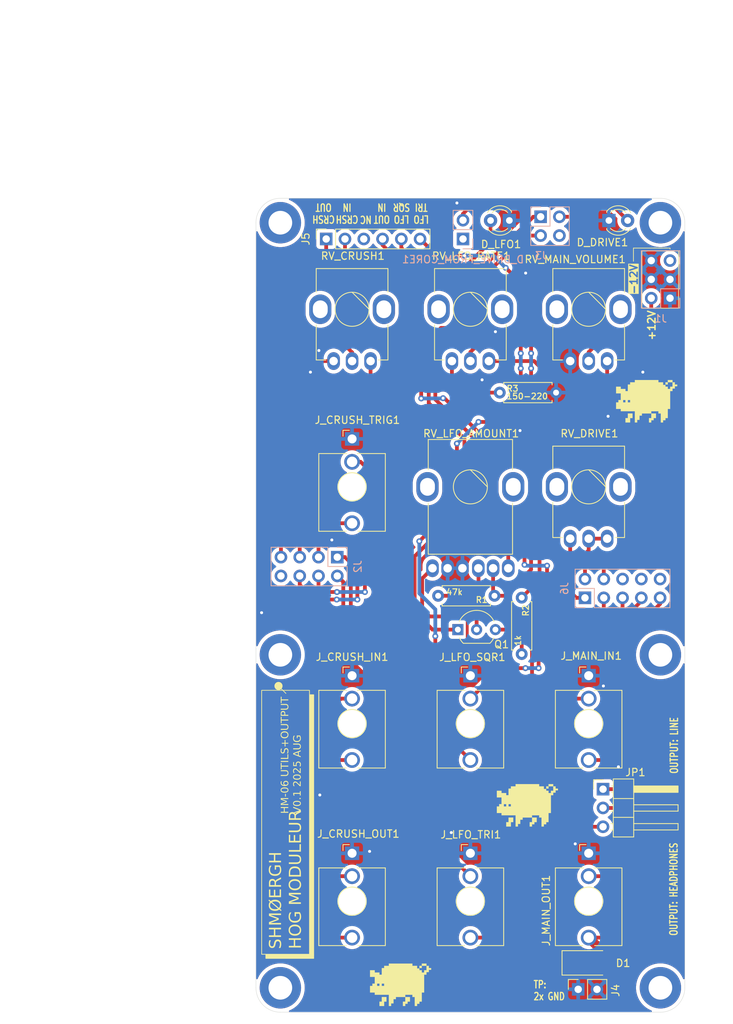
<source format=kicad_pcb>
(kicad_pcb (version 20241229) (generator "pcbnew") (generator_version "9.0")
  (layers (0 "F.Cu" signal) (2 "B.Cu" signal) (13 "F.Paste" user) (15 "B.Paste" user) (5 "F.SilkS" user "F.Silkscreen") (7 "B.SilkS" user "B.Silkscreen") (1 "F.Mask" user) (3 "B.Mask" user) (25 "Edge.Cuts" user))
  (net 0 "")
  (net 1 "DRIVE_LED_P")
  (net 2 "+12V")
  (net 3 "GND")
  (net 4 "-12V")
  (net 5 "Net-(D_LFO1-A)")
  (net 6 "RV_CRUSH_2")
  (net 7 "RV_CRUSH_1")
  (net 8 "CRUSH_OUT")
  (net 9 "CRUSH_IN")
  (net 10 "CRUSH_TRIG_DEFAULT")
  (net 12 "CRUSH_TRIG")
  (net 13 "RV_CRUSH_3")
  (net 14 "LFO_TRI")
  (net 15 "LFO_SQR")
  (net 16 "LFO_RATE")
  (net 19 "CRUSH_IN_DEFAULT")
  (net 20 "CRUSH_OUT_DEFAULT")
  (net 21 "LFO_SQR_DEFAULT")
  (net 22 "LFO_TRI_DEFAULT")
  (net 23 "OUTPUT_IN_DEFAULT")
  (net 24 "OUTPUT_LINE_OUT")
  (net 25 "OUTPUT_IN")
  (net 26 "OUTPUT_DRIVE_3")
  (net 27 "OUTPUT_DRIVE_1")
  (net 28 "OUTPUT_VOL_3")
  (net 30 "OUTPUT_PHONES_OUT")
  (net 31 "OUTPUT_VOL_2")
  (net 34 "OUTPUT_OUT")
  (net 35 "Net-(J_LFO_SQR1-PadT)")
  (net 36 "Net-(J_LFO_TRI1-PadT)")
  (net 37 "Net-(Q1-B)")
  (net 38 "Net-(Q1-C)")
  (net 40 "Net-(R3-Pad1)")
  (footprint "Shmoergh_Custom_Footprints:Jack_3.5mm_QingPu_WQP-PJ398SM_Vertical_CircularHoles" (layer "F.Cu") (at 153 139)
    (property "Reference" "J_LFO_TRI1")
    (property "Value" "PJ398SM")
  )
  (footprint "MountingHole:MountingHole_3.2mm_M3_DIN965_Pad" (layer "F.Cu") (at 178.7 105.7)
    (property "Reference" "H6")
    (property "Value" "MountingHole")
  )
  (footprint "Shmoergh_Custom_Footprints:Potentiometer_Bourns_Single-PTV09A" (layer "F.Cu") (at 153 59)
    (property "Reference" "RV_LFO_RATE1")
    (property "Value" "A100k")
  )
  (footprint "Package_TO_SOT_THT:TO-92_Inline_Wide" (layer "F.Cu") (at 151.305 102.293)
    (property "Reference" "Q1")
    (property "Value" "2N3904")
  )
  (footprint "Diode_SMD:D_SMA" (layer "F.Cu") (at 168.905141 147.3349)
    (property "Reference" "D1")
    (property "Value" "SMAJ5.0CA")
  )
  (footprint "Shmoergh_Custom_Footprints:Jack_3.5mm_QingPu_WQP-PJ398SM_Vertical_CircularHoles" (layer "F.Cu") (at 137 139)
    (property "Reference" "J_CRUSH_OUT1")
    (property "Value" "PJ398SM")
  )
  (footprint "LED_THT:LED_D3.0mm" (layer "F.Cu") (at 171.73 47)
    (property "Reference" "D_DRIVE1")
    (property "Value" "Red LED")
  )
  (footprint "Connector_PinSocket_2.54mm:PinSocket_1x06_P2.54mm_Vertical" (layer "F.Cu") (at 133.5 49.5 90)
    (property "Reference" "J5")
    (property "Value" "Conn_01x06")
  )
  (footprint "Shmoergh_Custom_Footprints:Potentiometer_Bourns_Single-PTV09A" (layer "F.Cu") (at 137 59)
    (property "Reference" "RV_CRUSH1")
    (property "Value" "1M")
  )
  (footprint "Shmoergh_Custom_Footprints:Potentiometer_Bourns_Single-PTV09A" (layer "F.Cu") (at 169 59)
    (property "Reference" "RV_MAIN_VOLUME1")
    (property "Value" "A10k")
  )
  (footprint "Shmoergh_Logo:Gyeszno" (layer "F.Cu") (at 143.558 150.299)
    (property "Reference" "G***" (hide yes))
    (property "Value" "LOGO" (hide yes))
  )
  (footprint "MountingHole:MountingHole_3.2mm_M3_DIN965_Pad" (layer "F.Cu") (at 178.7 47.3)
    (property "Reference" "H2")
    (property "Value" "MountingHole")
  )
  (footprint "Shmoergh_Custom_Footprints:Potentiometer_Bourns_Dual-PTV112-4" (layer "F.Cu") (at 153 83)
    (property "Reference" "RV_LFO_AMOUNT1")
    (property "Value" "A20k")
  )
  (footprint "Shmoergh_Logo:Gyeszno" (layer "F.Cu") (at 160.703 126.042)
    (property "Reference" "G***" (hide yes))
    (property "Value" "LOGO" (hide yes))
  )
  (footprint "MountingHole:MountingHole_3.2mm_M3_DIN965_Pad" (layer "F.Cu") (at 178.7 150.7)
    (property "Reference" "H3")
    (property "Value" "MountingHole")
  )
  (footprint "Shmoergh_Custom_Footprints:R_Axial_DIN0207_L6.3mm_D2.5mm_P7.62mm_Horizontal" (layer "F.Cu") (at 156.9692 70.2636)
    (property "Reference" "R3")
    (property "Value" "150-220")
  )
  (footprint "Shmoergh_Custom_Footprints:Potentiometer_Bourns_Single-PTV09A" (layer "F.Cu") (at 169 83)
    (property "Reference" "RV_DRIVE1")
    (property "Value" "100k")
  )
  (footprint "Shmoergh_Custom_Footprints:Jack_3.5mm_QingPu_WQP-PJ398SM_Vertical_CircularHoles" (layer "F.Cu") (at 169 139)
    (property "Reference" "J_MAIN_OUT1")
    (property "Value" "PJ398SM")
  )
  (footprint "Connector_PinHeader_2.54mm:PinHeader_1x03_P2.54mm_Horizontal" (layer "F.Cu") (at 170.9392 123.8576)
    (property "Reference" "JP1")
    (property "Value" "Jumper_3_Open")
  )
  (footprint "MountingHole:MountingHole_3.2mm_M3_DIN965_Pad" (layer "F.Cu") (at 127.3 47.3)
    (property "Reference" "H1")
    (property "Value" "MountingHole")
  )
  (footprint "MountingHole:MountingHole_3.2mm_M3_DIN965_Pad" (layer "F.Cu") (at 127.3 150.7)
    (property "Reference" "H4")
    (property "Value" "MountingHole")
  )
  (footprint "Shmoergh_Custom_Footprints:R_Axial_DIN0207_L6.3mm_D2.5mm_P7.62mm_Horizontal" (layer "F.Cu") (at 159.941 97.975 -90)
    (property "Reference" "R2")
    (property "Value" "1k")
  )
  (footprint "Shmoergh_Custom_Footprints:Jack_3.5mm_QingPu_WQP-PJ398SM_Vertical_CircularHoles" (layer "F.Cu") (at 137 115)
    (property "Reference" "J_CRUSH_IN1")
    (property "Value" "PJ398SM")
  )
  (footprint "Shmoergh_Logo:Gyeszno" (layer "F.Cu") (at 176.832 71.432)
    (property "Reference" "G***" (hide yes))
    (property "Value" "LOGO" (hide yes))
  )
  (footprint "LED_THT:LED_D3.0mm" (layer "F.Cu") (at 158.27 47 180)
    (property "Reference" "D_LFO1")
    (property "Value" "Red LED")
  )
  (footprint "Connector_PinSocket_2.54mm:PinSocket_1x02_P2.54mm_Vertical" (layer "F.Cu") (at 167.581 150.909 90)
    (property "Reference" "J4")
    (property "Value" "Conn_01x02")
  )
  (footprint "Shmoergh_Custom_Footprints:Jack_3.5mm_QingPu_WQP-PJ398SM_Vertical_CircularHoles" (layer "F.Cu") (at 137 83)
    (property "Reference" "J_CRUSH_TRIG1")
    (property "Value" "PJ398SM")
  )
  (footprint "Shmoergh_Custom_Footprints:R_Axial_DIN0207_L6.3mm_D2.5mm_P7.62mm_Horizontal" (layer "F.Cu") (at 156.258 97.721 180)
    (property "Reference" "R1")
    (property "Value" "47k")
  )
  (footprint "MountingHole:MountingHole_3.2mm_M3_DIN965_Pad" (layer "F.Cu") (at 127.3 105.7)
    (property "Reference" "H5")
    (property "Value" "MountingHole")
  )
  (footprint "Shmoergh_Custom_Footprints:Jack_3.5mm_QingPu_WQP-PJ398SM_Vertical_CircularHoles" (layer "F.Cu") (at 169 115)
    (property "Reference" "J_MAIN_IN1")
    (property "Value" "PJ398SM")
  )
  (footprint "Shmoergh_Custom_Footprints:Jack_3.5mm_QingPu_WQP-PJ398SM_Vertical_CircularHoles" (layer "F.Cu") (at 153 115)
    (property "Reference" "J_LFO_SQR1")
    (property "Value" "PJ398SM")
  )
  (footprint "Connector_PinSocket_2.54mm:PinSocket_1x02_P2.54mm_Vertical" (layer "B.Cu") (at 152 49.5)
    (property "Reference" "D_DRIVE_FROM_CORE1")
    (property "Value" "Red LED")
  )
  (footprint "Connector_PinSocket_2.54mm:PinSocket_2x04_P2.54mm_Vertical" (layer "B.Cu") (at 135 92.5 90)
    (property "Reference" "J2")
    (property "Value" "Conn_02x04_Odd_Even")
  )
  (footprint "Connector_PinSocket_2.54mm:PinSocket_2x05_P2.54mm_Vertical" (layer "B.Cu") (at 168.5 98 -90)
    (property "Reference" "J6")
    (property "Value" "Conn_02x05_Odd_Even")
  )
  (footprint "Connector_PinSocket_2.54mm:PinSocket_2x03_P2.54mm_Vertical" (layer "B.Cu") (at 180 57.5)
    (property "Reference" "J1")
    (property "Value" "Conn_02x03_Odd_Even")
  )
  (footprint "Connector_PinSocket_2.54mm:PinSocket_2x02_P2.54mm_Vertical" (layer "B.Cu") (at 162.5 46.5 180)
    (property "Reference" "J3")
    (property "Value" "Conn_02x02_Odd_Even")
  )
  (gr_line (start 180.007 50.731) (end 180.007 50.858) (stroke (width 0.1)) (layer "F.SilkS"))
  (gr_rect (start 176.197 51.112) (end 181.15 58.859) (stroke (width 0.1)) (fill no) (layer "F.SilkS"))
  (gr_rect (start 125.3355 146.235) (end 131.8085 146.726) (stroke (width 0.1)) (fill yes) (layer "F.SilkS"))
  (gr_line (start 128.048 110.913) (end 127.048 109.913) (stroke (width 0.1)) (layer "F.SilkS"))
  (gr_line (start 175.054 50.731) (end 180.007 50.731) (stroke (width 0.1)) (layer "F.SilkS"))
  (gr_rect (start 131.3085 111.098) (end 131.8085 146.235) (stroke (width 0.1)) (fill yes) (layer "F.SilkS"))
  (gr_rect (start 124.771 110.5) (end 131.239 146.1715) (stroke (width 0.1)) (fill no) (layer "F.SilkS"))
  (gr_line (start 175.054 52.509) (end 175.054 50.731) (stroke (width 0.1)) (layer "F.SilkS"))
  (gr_circle (center 127.048 109.913) (end 127.048 109.413) (stroke (width 0.1)) (fill yes) (layer "F.SilkS"))
  (gr_line (start 178.7 154) (end 127.3 154) (stroke (width 0.05)) (layer "Edge.Cuts"))
  (gr_arc (start 182 150.7) (mid 181.033452 153.033452) (end 178.7 154) (stroke (width 0.05)) (layer "Edge.Cuts"))
  (gr_line (start 182 47.3) (end 182 150.7) (stroke (width 0.05)) (layer "Edge.Cuts"))
  (gr_line (start 127.3 44) (end 178.7 44) (stroke (width 0.05)) (layer "Edge.Cuts"))
  (gr_line (start 124 150.7) (end 124 47.3) (stroke (width 0.05)) (layer "Edge.Cuts"))
  (gr_arc (start 124 47.3) (mid 124.966548 44.966548) (end 127.3 44) (stroke (width 0.05)) (layer "Edge.Cuts"))
  (gr_arc (start 127.3 154) (mid 124.966548 153.033452) (end 124 150.7) (stroke (width 0.05)) (layer "Edge.Cuts"))
  (gr_arc (start 178.7 44) (mid 181.033452 44.966548) (end 182 47.3) (stroke (width 0.05)) (layer "Edge.Cuts"))
  (gr_text "SHMØERGH \nHOG MODULEUR" (at 130.35 145.473 90) (layer "F.SilkS") (effects (font (size 1.6 1.6) (thickness 0.1)) (justify left bottom)))
  (gr_text "NC" (at 138.859 46.286 180) (layer "F.SilkS") (effects (font (size 1 0.75) (thickness 0.17) (bold yes)) (justify bottom)))
  (gr_text "OUT\nIN" (at 141.018 44.635 180) (layer "F.SilkS") (effects (font (size 1 0.75) (thickness 0.17) (bold yes)) (justify bottom)))
  (gr_text "OUTPUT: HEADPHONES" (at 181.0892 130.995 90) (layer "F.SilkS") (effects (font (size 1 0.75) (thickness 0.17) (bold yes)) (justify right bottom)))
  (gr_text "-12V" (at 175.689 57.081 90) (layer "F.SilkS" knockout) (effects (font (size 1 1) (thickness 0.2) (bold yes)) (justify left bottom)))
  (gr_text "TP:\n2x GND" (at 161.465 152.458 0) (layer "F.SilkS") (effects (font (size 1 0.75) (thickness 0.17) (bold yes)) (justify left bottom)))
  (gr_text "LFO\nSQR" (at 143.685 44.635 180) (layer "F.SilkS") (effects (font (size 1 0.75) (thickness 0.17) (bold yes)) (justify bottom)))
  (gr_text "+12V" (at 178.102 63.304 90) (layer "F.SilkS") (effects (font (size 1 1) (thickness 0.2) (bold yes)) (justify left bottom)))
  (gr_text "CRSH\nIN" (at 136.319 44.635 180) (layer "F.SilkS") (effects (font (size 1 0.75) (thickness 0.17) (bold yes)) (justify bottom)))
  (gr_text "LFO\nTRI" (at 146.352 44.635 180) (layer "F.SilkS") (effects (font (size 1 0.75) (thickness 0.17) (bold yes)) (justify bottom)))
  (gr_text "OUTPUT: LINE" (at 181.15 121.851 90) (layer "F.SilkS") (effects (font (size 1 0.75) (thickness 0.17) (bold yes)) (justify left bottom)))
  (gr_text "HM-06 UTILS+OUTPUT\nV0.1 2025 AUG" (at 130.223 127.185 90) (layer "F.SilkS") (effects (font (size 1 1) (thickness 0.1)) (justify left bottom)))
  (gr_text "CRSH\nOUT" (at 133.144 44.635 180) (layer "F.SilkS") (effects (font (size 1 0.75) (thickness 0.17) (bold yes)) (justify bottom)))
  (segment (start 174.27 47) (end 172.159 44.889) (width 0.508) (layer "F.Cu") (net 1))
  (segment (start 172.159 44.889) (end 153.21 44.889) (width 0.508) (layer "F.Cu") (net 1))
  (segment (start 152 46.099) (end 152 46.96) (width 0.508) (layer "F.Cu") (net 1))
  (segment (start 153.21 44.889) (end 152 46.099) (width 0.508) (layer "F.Cu") (net 1))
  (segment (start 162.354 66.733) (end 161.621 66) (width 0.508) (layer "F.Cu") (net 2))
  (segment (start 162.354 95.562) (end 162.354 66.733) (width 0.508) (layer "F.Cu") (net 2))
  (segment (start 175.181 62.415) (end 177.46 60.136) (width 0.508) (layer "F.Cu") (net 2))
  (segment (start 165.91 62.415) (end 175.181 62.415) (width 0.508) (layer "F.Cu") (net 2))
  (segment (start 177.46 60.136) (end 177.46 57.5) (width 0.508) (layer "F.Cu") (net 2))
  (segment (start 159.941 97.975) (end 162.354 95.562) (width 0.508) (layer "F.Cu") (net 2))
  (segment (start 161.973 66.352) (end 165.91 62.415) (width 0.508) (layer "F.Cu") (net 2))
  (segment (start 161.621 66) (end 155.5 66) (width 0.508) (layer "F.Cu") (net 2))
  (via (at 159.7124 75.3944) (size 0.8) (drill 0.4) (layers "F.Cu" "B.Cu") (net 3))
  (via (at 156.385 62.034) (size 0.8) (drill 0.4) (layers "F.Cu" "B.Cu") (net 3))
  (via (at 167.18 131.249) (size 0.8) (drill 0.4) (layers "F.Cu" "B.Cu") (net 3))
  (via (at 131.366 67.495) (size 0.8) (drill 0.4) (layers "F.Cu" "B.Cu") (net 3))
  (via (at 171.625 73.464) (size 0.8) (drill 0.4) (layers "F.Cu" "B.Cu") (net 3))
  (via (at 154.5816 68.5364) (size 0.8) (drill 0.4) (layers "F.Cu" "B.Cu") (net 3))
  (via (at 176.324 67.495) (size 0.8) (drill 0.4) (layers "F.Cu" "B.Cu") (net 3))
  (via (at 160.4744 54.1092) (size 0.8) (drill 0.4) (layers "F.Cu" "B.Cu") (net 3))
  (via (at 173.022 120.835) (size 0.8) (drill 0.4) (layers "F.Cu" "B.Cu") (net 3))
  (via (at 151.178 44.635) (size 0.8) (drill 0.4) (layers "F.Cu" "B.Cu") (net 3))
  (via (at 132.636 124.645) (size 0.8) (drill 0.4) (layers "F.Cu" "B.Cu") (net 3))
  (via (at 132.509 64.574) (size 0.8) (drill 0.4) (layers "F.Cu" "B.Cu") (net 3))
  (via (at 150.416 129.725) (size 0.8) (drill 0.4) (layers "F.Cu" "B.Cu") (net 3))
  (via (at 170.99 109.913) (size 0.8) (drill 0.4) (layers "F.Cu" "B.Cu") (net 3))
  (via (at 134.2616 90.1772) (size 0.8) (drill 0.4) (layers "F.Cu" "B.Cu") (net 3))
  (via (at 139.367 132.265) (size 0.8) (drill 0.4) (layers "F.Cu" "B.Cu") (net 3))
  (via (at 124.762 100.007) (size 0.8) (drill 0.4) (layers "F.Cu" "B.Cu") (net 3))
  (segment (start 147.368 71.686) (end 152.194 76.512) (width 0.508) (layer "F.Cu") (net 5))
  (segment (start 152.194 62.415) (end 149.4 62.415) (width 0.508) (layer "F.Cu") (net 5))
  (segment (start 155.73 49.862) (end 152.956 52.636) (width 0.508) (layer "F.Cu") (net 5))
  (segment (start 149.4 62.415) (end 147.368 64.447) (width 0.508) (layer "F.Cu") (net 5))
  (segment (start 152.194 85.656) (end 145.463 92.387) (width 0.508) (layer "F.Cu") (net 5))
  (segment (start 145.463 99.88) (end 147.876 102.293) (width 0.508) (layer "F.Cu") (net 5))
  (segment (start 145.463 92.387) (end 145.463 99.88) (width 0.508) (layer "F.Cu") (net 5))
  (segment (start 155.73 47) (end 155.73 49.862) (width 0.508) (layer "F.Cu") (net 5))
  (segment (start 152.194 76.512) (end 152.194 85.656) (width 0.508) (layer "F.Cu") (net 5))
  (segment (start 147.876 102.293) (end 151.305 102.293) (width 0.508) (layer "F.Cu") (net 5))
  (segment (start 152.956 52.636) (end 152.956 61.653) (width 0.508) (layer "F.Cu") (net 5))
  (segment (start 152.956 61.653) (end 152.194 62.415) (width 0.508) (layer "F.Cu") (net 5))
  (segment (start 147.368 64.447) (end 147.368 71.686) (width 0.508) (layer "F.Cu") (net 5))
  (segment (start 129.5372 63.2532) (end 135.43 63.2532) (width 0.508) (layer "F.Cu") (net 6))
  (segment (start 127.38 92.5) (end 127.38 65.4104) (width 0.508) (layer "F.Cu") (net 6))
  (segment (start 135.43 63.2532) (end 137 64.8232) (width 0.508) (layer "F.Cu") (net 6))
  (segment (start 127.38 65.4104) (end 129.5372 63.2532) (width 0.508) (layer "F.Cu") (net 6))
  (segment (start 137 64.8232) (end 137 66) (width 0.508) (layer "F.Cu") (net 6))
  (segment (start 130.8036 66) (end 134.5 66) (width 0.508) (layer "F.Cu") (net 7))
  (segment (start 129.92 92.5) (end 129.92 66.8836) (width 0.508) (layer "F.Cu") (net 7))
  (segment (start 129.92 66.8836) (end 130.8036 66) (width 0.508) (layer "F.Cu") (net 7))
  (segment (start 133.017 128.074) (end 134.668 126.423) (width 0.508) (layer "F.Cu") (net 8))
  (segment (start 136.827 105.087) (end 136.827 93.276) (width 0.508) (layer "F.Cu") (net 8))
  (segment (start 139.748 108.008) (end 136.827 105.087) (width 0.508) (layer "F.Cu") (net 8))
  (segment (start 136.051 92.5) (end 135 92.5) (width 0.508) (layer "F.Cu") (net 8))
  (segment (start 133.017 142.679) (end 133.017 128.074) (width 0.508) (layer "F.Cu") (net 8))
  (segment (start 134.258 143.92) (end 133.017 142.679) (width 0.508) (layer "F.Cu") (net 8))
  (segment (start 136.827 93.276) (end 136.051 92.5) (width 0.508) (layer "F.Cu") (net 8))
  (segment (start 138.478 126.423) (end 139.748 125.153) (width 0.508) (layer "F.Cu") (net 8))
  (segment (start 139.748 125.153) (end 139.748 108.008) (width 0.508) (layer "F.Cu") (net 8))
  (segment (start 137 143.92) (end 134.258 143.92) (width 0.508) (layer "F.Cu") (net 8))
  (segment (start 134.668 126.423) (end 138.478 126.423) (width 0.508) (layer "F.Cu") (net 8))
  (segment (start 135.811 95.851) (end 135 95.04) (width 0.508) (layer "F.Cu") (net 9))
  (segment (start 135.811 99.245) (end 135.811 95.851) (width 0.508) (layer "F.Cu") (net 9))
  (segment (start 133.271 101.785) (end 135.811 99.245) (width 0.508) (layer "F.Cu") (net 9))
  (segment (start 134.896 119.92) (end 133.271 118.295) (width 0.508) (layer "F.Cu") (net 9))
  (segment (start 137 119.92) (end 134.896 119.92) (width 0.508) (layer "F.Cu") (net 9))
  (segment (start 133.271 118.295) (end 133.271 101.785) (width 0.508) (layer "F.Cu") (net 9))
  (segment (start 132.46 96.6052) (end 132.46 95.04) (width 0.508) (layer "F.Cu") (net 10))
  (segment (start 133.1186 97.213) (end 133.0932 97.2384) (width 0.508) (layer "F.Cu") (net 10))
  (segment (start 138.732 94.546) (end 139.748 93.53) (width 0.508) (layer "F.Cu") (net 10))
  (segment (start 139.748 93.53) (end 139.748 81.211) (width 0.508) (layer "F.Cu") (net 10))
  (segment (start 138.732 97.213) (end 138.732 94.546) (width 0.508) (layer "F.Cu") (net 10))
  (segment (start 138.157 79.62) (end 137 79.62) (width 0.508) (layer "F.Cu") (net 10))
  (segment (start 134.957 97.213) (end 133.1186 97.213) (width 0.508) (layer "F.Cu") (net 10))
  (segment (start 133.0932 97.2384) (end 132.46 96.6052) (width 0.508) (layer "F.Cu") (net 10))
  (segment (start 139.748 81.211) (end 138.157 79.62) (width 0.508) (layer "F.Cu") (net 10))
  (via (at 134.957 97.213) (size 0.8) (drill 0.4) (layers "F.Cu" "B.Cu") (net 10))
  (via (at 138.732 97.213) (size 0.8) (drill 0.4) (layers "F.Cu" "B.Cu") (net 10))
  (segment (start 138.732 97.213) (end 134.957 97.213) (width 0.508) (layer "B.Cu") (net 10))
  (segment (start 132.46 92.5) (end 132.46 88.6768) (width 0.508) (layer "F.Cu") (net 12))
  (segment (start 132.46 88.6768) (end 133.2168 87.92) (width 0.508) (layer "F.Cu") (net 12))
  (segment (start 133.2168 87.92) (end 137 87.92) (width 0.508) (layer "F.Cu") (net 12))
  (segment (start 131.906919 98.229) (end 134.922 98.229) (width 0.508) (layer "F.Cu") (net 13))
  (segment (start 138.351 69.654) (end 139.5 68.505) (width 0.508) (layer "F.Cu") (net 13))
  (segment (start 129.92 96.242081) (end 131.906919 98.229) (width 0.508) (layer "F.Cu") (net 13))
  (segment (start 139.5 68.505) (end 139.5 66) (width 0.508) (layer "F.Cu") (net 13))
  (segment (start 137.716 92.26) (end 138.859 91.117) (width 0.508) (layer "F.Cu") (net 13))
  (segment (start 129.92 95.04) (end 129.92 96.242081) (width 0.508) (layer "F.Cu") (net 13))
  (segment (start 134.668 85.656) (end 132.89 83.878) (width 0.508) (layer "F.Cu") (net 13))
  (segment (start 135.303 69.654) (end 138.351 69.654) (width 0.508) (layer "F.Cu") (net 13))
  (segment (start 132.89 83.878) (end 132.89 72.067) (width 0.508) (layer "F.Cu") (net 13))
  (segment (start 137.716 98.229) (end 137.716 92.26) (width 0.508) (layer "F.Cu") (net 13))
  (segment (start 138.859 86.545) (end 137.97 85.656) (width 0.508) (layer "F.Cu") (net 13))
  (segment (start 138.859 91.117) (end 138.859 86.545) (width 0.508) (layer "F.Cu") (net 13))
  (segment (start 132.89 72.067) (end 135.303 69.654) (width 0.508) (layer "F.Cu") (net 13))
  (segment (start 137.97 85.656) (end 134.668 85.656) (width 0.508) (layer "F.Cu") (net 13))
  (via (at 137.716 98.229) (size 0.8) (drill 0.4) (layers "F.Cu" "B.Cu") (net 13))
  (via (at 134.922 98.229) (size 0.8) (drill 0.4) (layers "F.Cu" "B.Cu") (net 13))
  (segment (start 134.922 98.229) (end 137.716 98.229) (width 0.508) (layer "B.Cu") (net 13))
  (segment (start 167.434 53.525) (end 167.434 47.302) (width 0.508) (layer "F.Cu") (net 14))
  (segment (start 156.075 97.538) (end 156.258 97.721) (width 0.508) (layer "F.Cu") (net 14))
  (segment (start 156.075 94) (end 156.075 97.538) (width 0.508) (layer "F.Cu") (net 14))
  (segment (start 161.211 64.955) (end 161.211 55.43) (width 0.508) (layer "F.Cu") (net 14))
  (segment (start 161.211 55.43) (end 162.354 54.287) (width 0.508) (layer "F.Cu") (net 14))
  (segment (start 166.672 54.287) (end 167.434 53.525) (width 0.508) (layer "F.Cu") (net 14))
  (segment (start 157.655 97.721) (end 156.258 97.721) (width 0.508) (layer "F.Cu") (net 14))
  (segment (start 162.354 54.287) (end 166.672 54.287) (width 0.508) (layer "F.Cu") (net 14))
  (segment (start 161.211 66.987) (end 161.211 94.165) (width 0.508) (layer "F.Cu") (net 14))
  (segment (start 161.211 94.165) (end 157.655 97.721) (width 0.508) (layer "F.Cu") (net 14))
  (segment (start 167.434 47.302) (end 166.632 46.5) (width 0.508) (layer "F.Cu") (net 14))
  (segment (start 166.632 46.5) (end 165.04 46.5) (width 0.508) (layer "F.Cu") (net 14))
  (via (at 161.211 66.987) (size 0.8) (drill 0.4) (layers "F.Cu" "B.Cu") (net 14))
  (via (at 161.211 64.955) (size 0.8) (drill 0.4) (layers "F.Cu" "B.Cu") (net 14))
  (segment (start 161.211 64.955) (end 161.211 66.987) (width 0.508) (layer "B.Cu") (net 14))
  (segment (start 158.125 89.936) (end 153.464 85.275) (width 0.508) (layer "F.Cu") (net 15))
  (segment (start 153.464 76.385) (end 148.257 71.178) (width 0.508) (layer "F.Cu") (net 15))
  (segment (start 149.908 63.304) (end 152.448 63.304) (width 0.508) (layer "F.Cu") (net 15))
  (segment (start 148.257 64.955) (end 149.908 63.304) (width 0.508) (layer "F.Cu") (net 15))
  (segment (start 153.972 54.033) (end 161.505 46.5) (width 0.508) (layer "F.Cu") (net 15))
  (segment (start 161.505 46.5) (end 162.5 46.5) (width 0.508) (layer "F.Cu") (net 15))
  (segment (start 148.257 71.178) (end 148.257 64.955) (width 0.508) (layer "F.Cu") (net 15))
  (segment (start 152.448 63.304) (end 153.972 61.78) (width 0.508) (layer "F.Cu") (net 15))
  (segment (start 153.972 61.78) (end 153.972 54.033) (width 0.508) (layer "F.Cu") (net 15))
  (segment (start 158.125 94) (end 158.125 89.936) (width 0.508) (layer "F.Cu") (net 15))
  (segment (start 153.464 85.275) (end 153.464 76.385) (width 0.508) (layer "F.Cu") (net 15))
  (segment (start 155.0515 62.7325) (end 155.0515 54.3505) (width 0.508) (layer "F.Cu") (net 16))
  (segment (start 160.362 49.04) (end 162.5 49.04) (width 0.508) (layer "F.Cu") (net 16))
  (segment (start 155.0515 54.3505) (end 160.362 49.04) (width 0.508) (layer "F.Cu") (net 16))
  (segment (start 153 64.784) (end 155.0515 62.7325) (width 0.508) (layer "F.Cu") (net 16))
  (segment (start 153 66) (end 153 64.784) (width 0.508) (layer "F.Cu") (net 16))
  (segment (start 137 111.62) (end 135.501 111.62) (width 0.508) (layer "F.Cu") (net 19))
  (segment (start 134.922 53.652) (end 136.04 52.534) (width 0.508) (layer "F.Cu") (net 19))
  (segment (start 138.859 118.803) (end 138.859 122.105) (width 0.508) (layer "F.Cu") (net 19))
  (segment (start 132.255 122.232) (end 132.255 101.15) (width 0.508) (layer "F.Cu") (net 19))
  (segment (start 129.207 53.652) (end 134.922 53.652) (width 0.508) (layer "F.Cu") (net 19))
  (segment (start 136.04 52.534) (end 136.04 49.5) (width 0.508) (layer "F.Cu") (net 19))
  (segment (start 134.16 112.961) (end 134.16 116.39) (width 0.508) (layer "F.Cu") (net 19))
  (segment (start 129.207 98.102) (end 127.175 98.102) (width 0.508) (layer "F.Cu") (net 19))
  (segment (start 137.589 123.375) (end 133.398 123.375) (width 0.508) (layer "F.Cu") (net 19))
  (segment (start 133.398 123.375) (end 132.255 122.232) (width 0.508) (layer "F.Cu") (net 19))
  (segment (start 132.255 101.15) (end 129.207 98.102) (width 0.508) (layer "F.Cu") (net 19))
  (segment (start 134.16 116.39) (end 135.684 117.914) (width 0.508) (layer "F.Cu") (net 19))
  (segment (start 137.97 117.914) (end 138.859 118.803) (width 0.508) (layer "F.Cu") (net 19))
  (segment (start 125.778 57.081) (end 129.207 53.652) (width 0.508) (layer "F.Cu") (net 19))
  (segment (start 127.175 98.102) (end 125.778 96.705) (width 0.508) (layer "F.Cu") (net 19))
  (segment (start 135.501 111.62) (end 134.16 112.961) (width 0.508) (layer "F.Cu") (net 19))
  (segment (start 138.859 122.105) (end 137.589 123.375) (width 0.508) (layer "F.Cu") (net 19))
  (segment (start 125.778 96.705) (end 125.778 57.081) (width 0.508) (layer "F.Cu") (net 19))
  (segment (start 135.684 117.914) (end 137.97 117.914) (width 0.508) (layer "F.Cu") (net 19))
  (segment (start 131.112 101.912) (end 131.112 144.203) (width 0.508) (layer "F.Cu") (net 20))
  (segment (start 133.652 146.743) (end 138.351 146.743) (width 0.508) (layer "F.Cu") (net 20))
  (segment (start 139.24 143.06) (end 138.097 141.917) (width 0.508) (layer "F.Cu") (net 20))
  (segment (start 124.635 97.594) (end 126.667 99.626) (width 0.508) (layer "F.Cu") (net 20))
  (segment (start 128.572 52.636) (end 124.635 56.573) (width 0.508) (layer "F.Cu") (net 20))
  (segment (start 135.25 135.62) (end 137 135.62) (width 0.508) (layer "F.Cu") (net 20))
  (segment (start 133.5 51.772) (end 132.636 52.636) (width 0.508) (layer "F.Cu") (net 20))
  (segment (start 133.906 136.964) (end 135.25 135.62) (width 0.508) (layer "F.Cu") (net 20))
  (segment (start 134.795 141.917) (end 133.906 141.028) (width 0.508) (layer "F.Cu") (net 20))
  (segment (start 132.636 52.636) (end 128.572 52.636) (width 0.508) (layer "F.Cu") (net 20))
  (segment (start 126.667 99.626) (end 128.826 99.626) (width 0.508) (layer "F.Cu") (net 20))
  (segment (start 133.906 141.028) (end 133.906 136.964) (width 0.508) (layer "F.Cu") (net 20))
  (segment (start 124.635 56.573) (end 124.635 97.594) (width 0.508) (layer "F.Cu") (net 20))
  (segment (start 128.826 99.626) (end 131.112 101.912) (width 0.508) (layer "F.Cu") (net 20))
  (segment (start 133.5 49.5) (end 133.5 51.772) (width 0.508) (layer "F.Cu") (net 20))
  (segment (start 131.112 144.203) (end 133.652 146.743) (width 0.508) (layer "F.Cu") (net 20))
  (segment (start 138.351 146.743) (end 139.24 145.854) (width 0.508) (layer "F.Cu") (net 20))
  (segment (start 138.097 141.917) (end 134.795 141.917) (width 0.508) (layer "F.Cu") (net 20))
  (segment (start 139.24 145.854) (end 139.24 143.06) (width 0.508) (layer "F.Cu") (net 20))
  (segment (start 162.227 97.721) (end 162.227 97.594) (width 0.508) (layer "F.Cu") (net 21))
  (segment (start 163.37 96.451) (end 163.37 93.657) (width 0.508) (layer "F.Cu") (net 21))
  (segment (start 143.66 50.706) (end 143.66 49.5) (width 0.508) (layer "F.Cu") (net 21))
  (segment (start 160.322 90.101) (end 160.322 93.53) (width 0.508) (layer "F.Cu") (net 21))
  (segment (start 153 111.62) (end 157.12 107.5) (width 0.508) (layer "F.Cu") (net 21))
  (segment (start 149.019 61.526) (end 151.178 61.526) (width 0.508) (layer "F.Cu") (net 21))
  (segment (start 154.861 76.385) (end 154.861 84.64) (width 0.508) (layer "F.Cu") (net 21))
  (segment (start 151.178 61.526) (end 151.94 60.764) (width 0.508) (layer "F.Cu") (net 21))
  (segment (start 154.861 84.64) (end 160.322 90.101) (width 0.508) (layer "F.Cu") (net 21))
  (segment (start 146.352 64.193) (end 149.019 61.526) (width 0.508) (layer "F.Cu") (net 21))
  (segment (start 162.227 107.5) (end 162.227 97.721) (width 0.508) (layer "F.Cu") (net 21))
  (segment (start 151.94 56.7) (end 147.749 52.509) (width 0.508) (layer "F.Cu") (net 21))
  (segment (start 146.352 71.051) (end 146.352 64.193) (width 0.508) (layer "F.Cu") (net 21))
  (segment (start 149.49463 71.01863) (end 154.861 76.385) (width 0.508) (layer "F.Cu") (net 21))
  (segment (start 149.30537 71.01863) (end 149.49463 71.01863) (width 0.508) (layer "F.Cu") (net 21))
  (segment (start 157.12 107.5) (end 160.449 107.5) (width 0.508) (layer "F.Cu") (net 21))
  (segment (start 162.227 97.594) (end 163.37 96.451) (width 0.508) (layer "F.Cu") (net 21))
  (segment (start 147.749 52.509) (end 145.463 52.509) (width 0.508) (layer "F.Cu") (net 21))
  (segment (start 151.94 60.764) (end 151.94 56.7) (width 0.508) (layer "F.Cu") (net 21))
  (segment (start 145.463 52.509) (end 143.66 50.706) (width 0.508) (layer "F.Cu") (net 21))
  (via (at 162.227 107.5) (size 0.8) (drill 0.4) (layers "F.Cu" "B.Cu") (net 21))
  (via (at 160.449 107.5) (size 0.8) (drill 0.4) (layers "F.Cu" "B.Cu") (net 21))
  (via (at 163.37 93.657) (size 0.8) (drill 0.4) (layers "F.Cu" "B.Cu") (net 21))
  (via (at 160.322 93.53) (size 0.8) (drill 0.4) (layers "F.Cu" "B.Cu") (net 21))
  (via (at 149.30537 71.01863) (size 0.8) (drill 0.4) (layers "F.Cu" "B.Cu") (net 21))
  (via (at 146.352 71.051) (size 0.8) (drill 0.4) (layers "F.Cu" "B.Cu") (net 21))
  (segment (start 163.37 93.657) (end 160.449 93.657) (width 0.508) (layer "B.Cu") (net 21))
  (segment (start 149.273 71.051) (end 149.30537 71.01863) (width 0.508) (layer "B.Cu") (net 21))
  (segment (start 146.352 71.051) (end 149.273 71.051) (width 0.508) (layer "B.Cu") (net 21))
  (segment (start 160.449 93.657) (end 160.322 93.53) (width 0.508) (layer "B.Cu") (net 21))
  (segment (start 160.449 107.5) (end 162.227 107.5) (width 0.508) (layer "B.Cu") (net 21))
  (segment (start 158.3408 74.226) (end 159.814 72.7528) (width 0.508) (layer "F.Cu") (net 22))
  (segment (start 154.099 74.226) (end 158.3408 74.226) (width 0.508) (layer "F.Cu") (net 22))
  (segment (start 159.814 72.7528) (end 159.814 66.987) (width 0.508) (layer "F.Cu") (net 22))
  (segment (start 148.257 130.877) (end 153 135.62) (width 0.508) (layer "F.Cu") (net 22))
  (segment (start 151.178 85.275) (end 151.178 77.147) (width 0.508) (layer "F.Cu") (net 22))
  (segment (start 148.447 51.747) (end 146.2 49.5) (width 0.508) (layer "F.Cu") (net 22))
  (segment (start 152.194 51.747) (end 148.447 51.747) (width 0.508) (layer "F.Cu") (net 22))
  (segment (start 148.257 103.182) (end 148.257 130.877) (width 0.508) (layer "F.Cu") (net 22))
  (segment (start 159.814 55.43) (end 157.782 53.398) (width 0.508) (layer "F.Cu") (net 22))
  (segment (start 146.098 90.355) (end 151.178 85.275) (width 0.508) (layer "F.Cu") (net 22))
  (segment (start 159.814 64.955) (end 159.814 55.43) (width 0.508) (layer "F.Cu") (net 22))
  (via (at 157.782 53.398) (size 0.8) (drill 0.4) (layers "F.Cu" "B.Cu") (net 22))
  (via (at 154.099 74.226) (size 0.8) (drill 0.4) (layers "F.Cu" "B.Cu") (net 22))
  (via (at 151.178 77.147) (size 0.8) (drill 0.4) (layers "F.Cu" "B.Cu") (net 22))
  (via (at 159.814 66.987) (size 0.8) (drill 0.4) (layers "F.Cu" "B.Cu") (net 22))
  (via (at 148.257 103.182) (size 0.8) (drill 0.4) (layers "F.Cu" "B.Cu") (net 22))
  (via (at 159.814 64.955) (size 0.8) (drill 0.4) (layers "F.Cu" "B.Cu") (net 22))
  (via (at 146.098 90.355) (size 0.8) (drill 0.4) (layers "F.Cu" "B.Cu") (net 22))
  (via (at 152.194 51.747) (size 0.8) (drill 0.4) (layers "F.Cu" "B.Cu") (net 22))
  (segment (start 156.131 51.747) (end 152.194 51.747) (width 0.508) (layer "B.Cu") (net 22))
  (segment (start 146.098 97.4035) (end 146.098 90.355) (width 0.508) (layer "B.Cu") (net 22))
  (segment (start 157.782 53.398) (end 156.131 51.747) (width 0.508) (layer "B.Cu") (net 22))
  (segment (start 151.178 77.147) (end 154.099 74.226) (width 0.508) (layer "B.Cu") (net 22))
  (segment (start 159.814 66.987) (end 159.814 64.955) (width 0.508) (layer "B.Cu") (net 22))
  (segment (start 148.257 99.5625) (end 146.098 97.4035) (width 0.508) (layer "B.Cu") (net 22))
  (segment (start 148.257 103.182) (end 148.257 99.5625) (width 0.508) (layer "B.Cu") (net 22))
  (segment (start 157.528 147.505) (end 148.257 147.505) (width 0.508) (layer "F.Cu") (net 23))
  (segment (start 143.177 142.425) (end 143.177 64.32) (width 0.508) (layer "F.Cu") (net 23))
  (segment (start 141.12 50.325) (end 141.12 49.5) (width 0.508) (layer "F.Cu") (net 23))
  (segment (start 169 111.62) (end 166.108 111.62) (width 0.508) (layer "F.Cu") (net 23))
  (segment (start 163.751 113.977) (end 163.751 141.282) (width 0.508) (layer "F.Cu") (net 23))
  (segment (start 148.257 147.505) (end 143.177 142.425) (width 0.508) (layer "F.Cu") (net 23))
  (segment (start 143.177 64.32) (end 145.463 62.034) (width 0.508) (layer "F.Cu") (net 23))
  (segment (start 145.463 54.668) (end 141.12 50.325) (width 0.508) (layer "F.Cu") (net 23))
  (segment (start 166.108 111.62) (end 163.751 113.977) (width 0.508) (layer "F.Cu") (net 23))
  (segment (start 163.751 141.282) (end 157.528 147.505) (width 0.508) (layer "F.Cu") (net 23))
  (segment (start 145.463 62.034) (end 145.463 54.668) (width 0.508) (layer "F.Cu") (net 23))
  (segment (start 175.7652 100.5404) (end 176.9336 100.5404) (width 0.508) (layer "F.Cu") (net 24))
  (segment (start 176.9336 100.5404) (end 178.66 98.814) (width 0.508) (layer "F.Cu") (net 24))
  (segment (start 174.3936 122.9432) (end 174.3936 101.912) (width 0.508) (layer "F.Cu") (net 24))
  (segment (start 174.3936 101.912) (end 175.7652 100.5404) (width 0.508) (layer "F.Cu") (net 24))
  (segment (start 178.66 98.814) (end 178.66 98) (width 0.508) (layer "F.Cu") (net 24))
  (segment (start 170.9392 123.8576) (end 173.4792 123.8576) (width 0.508) (layer "F.Cu") (net 24))
  (segment (start 173.4792 123.8576) (end 174.3936 122.9432) (width 0.508) (layer "F.Cu") (net 24))
  (segment (start 173.4284 118.0664) (end 173.4284 101.1246) (width 0.508) (layer "F.Cu") (net 25))
  (segment (start 169 119.92) (end 171.5748 119.92) (width 0.508) (layer "F.Cu") (net 25))
  (segment (start 171.5748 119.92) (end 173.4284 118.0664) (width 0.508) (layer "F.Cu") (net 25))
  (segment (start 176.1208 98.4322) (end 176.1208 98.0008) (width 0.508) (layer "F.Cu") (net 25))
  (segment (start 173.4284 101.1246) (end 176.1208 98.4322) (width 0.508) (layer "F.Cu") (net 25))
  (segment (start 176.1208 98.0008) (end 176.12 98) (width 0.508) (layer "F.Cu") (net 25))
  (segment (start 169 91.583) (end 169 90) (width 0.508) (layer "F.Cu") (net 26))
  (segment (start 166.799 97.467) (end 166.799 93.784) (width 0.508) (layer "F.Cu") (net 26))
  (segment (start 167.332 98) (end 166.799 97.467) (width 0.508) (layer "F.Cu") (net 26))
  (segment (start 166.799 93.784) (end 169 91.583) (width 0.508) (layer "F.Cu") (net 26))
  (segment (start 169 90) (end 171.5 90) (width 0.508) (layer "F.Cu") (net 26))
  (segment (start 168.5 98) (end 167.332 98) (width 0.508) (layer "F.Cu") (net 26))
  (segment (start 165.783 92.895) (end 166.5 92.178) (width 0.508) (layer "F.Cu") (net 27))
  (segment (start 167.053 100.261) (end 165.783 98.991) (width 0.508) (layer "F.Cu") (net 27))
  (segment (start 171.04 98) (end 171.04 99.957) (width 0.508) (layer "F.Cu") (net 27))
  (segment (start 170.736 100.261) (end 167.053 100.261) (width 0.508) (layer "F.Cu") (net 27))
  (segment (start 165.783 98.991) (end 165.783 92.895) (width 0.508) (layer "F.Cu") (net 27))
  (segment (start 166.5 92.178) (end 166.5 90) (width 0.508) (layer "F.Cu") (net 27))
  (segment (start 171.04 99.957) (end 170.736 100.261) (width 0.508) (layer "F.Cu") (net 27))
  (segment (start 168.5 93.861) (end 168.5 95.46) (width 0.508) (layer "F.Cu") (net 28))
  (segment (start 174.673 92.133) (end 170.228 92.133) (width 0.508) (layer "F.Cu") (net 28))
  (segment (start 171.5 66) (end 171.5 68.386) (width 0.508) (layer "F.Cu") (net 28))
  (segment (start 170.228 92.133) (end 168.5 93.861) (width 0.508) (layer "F.Cu") (net 28))
  (segment (start 171.5 68.386) (end 176.578 73.464) (width 0.508) (layer "F.Cu") (net 28))
  (segment (start 176.578 73.464) (end 176.578 90.228) (width 0.508) (layer "F.Cu") (net 28))
  (segment (start 176.578 90.228) (end 174.673 92.133) (width 0.508) (layer "F.Cu") (net 28))
  (segment (start 170.7868 117.66) (end 172.4124 116.0344) (width 0.508) (layer "F.Cu") (net 30))
  (segment (start 173.58 99.322) (end 173.58 98) (width 0.508) (layer "F.Cu") (net 30))
  (segment (start 170.9392 128.9376) (end 167.8404 128.9376) (width 0.508) (layer "F.Cu") (net 30))
  (segment (start 166.8244 118.7268) (end 167.8912 117.66) (width 0.508) (layer "F.Cu") (net 30))
  (segment (start 172.4124 100.4896) (end 173.58 99.322) (width 0.508) (layer "F.Cu") (net 30))
  (segment (start 167.8912 117.66) (end 170.7868 117.66) (width 0.508) (layer "F.Cu") (net 30))
  (segment (start 172.4124 116.0344) (end 172.4124 100.4896) (width 0.508) (layer "F.Cu") (net 30))
  (segment (start 167.8404 128.9376) (end 166.8244 127.9216) (width 0.508) (layer "F.Cu") (net 30))
  (segment (start 166.8244 127.9216) (end 166.8244 118.7268) (width 0.508) (layer "F.Cu") (net 30))
  (segment (start 169 64.786) (end 169 66) (width 0.508) (layer "F.Cu") (net 31))
  (segment (start 171.498 93.53) (end 175.435 93.53) (width 0.508) (layer "F.Cu") (net 31))
  (segment (start 170.228 63.558) (end 169 64.786) (width 0.508) (layer "F.Cu") (net 31))
  (segment (start 175.435 93.53) (end 178.102 90.863) (width 0.508) (layer "F.Cu") (net 31))
  (segment (start 175.181 63.558) (end 170.228 63.558) (width 0.508) (layer "F.Cu") (net 31))
  (segment (start 171.04 93.988) (end 171.498 93.53) (width 0.508) (layer "F.Cu") (net 31))
  (segment (start 178.102 90.863) (end 178.102 66.479) (width 0.508) (layer "F.Cu") (net 31))
  (segment (start 178.102 66.479) (end 175.181 63.558) (width 0.508) (layer "F.Cu") (net 31))
  (segment (start 171.04 95.46) (end 171.04 93.988) (width 0.508) (layer "F.Cu") (net 31))
  (segment (start 170.9392 126.3976) (end 174.1904 126.3976) (width 0.508) (layer "F.Cu") (net 34))
  (segment (start 170.905141 147.3349) (end 170.863 147.292759) (width 1.27) (layer "F.Cu") (net 34))
  (segment (start 176.2732 141.028) (end 173.3812 143.92) (width 0.508) (layer "F.Cu") (net 34))
  (segment (start 176.2732 128.4804) (end 176.2732 135.694) (width 0.508) (layer "F.Cu") (net 34))
  (segment (start 173.3812 143.92) (end 169 143.92) (width 0.508) (layer "F.Cu") (net 34))
  (segment (start 169 135.62) (end 176.1992 135.62) (width 0.508) (layer "F.Cu") (net 34))
  (segment (start 170.863 147.292759) (end 170.863 145.783) (width 1.27) (layer "F.Cu") (net 34))
  (segment (start 176.2732 135.694) (end 176.2732 141.028) (width 0.508) (layer "F.Cu") (net 34))
  (segment (start 170.863 145.783) (end 169 143.92) (width 1.27) (layer "F.Cu") (net 34))
  (segment (start 174.1904 126.3976) (end 176.2732 128.4804) (width 0.508) (layer "F.Cu") (net 34))
  (segment (start 176.1992 135.62) (end 176.2732 135.694) (width 0.508) (layer "F.Cu") (net 34))
  (segment (start 147.481678 100.515) (end 146.479 99.512322) (width 0.508) (layer "F.Cu") (net 35))
  (segment (start 152.575 100.896) (end 152.194 100.515) (width 0.381) (layer "F.Cu") (net 35))
  (segment (start 152.575 104.449) (end 152.575 104.579) (width 0.508) (layer "F.Cu") (net 35))
  (segment (start 149.527 116.447) (end 153 119.92) (width 0.508) (layer "F.Cu") (net 35))
  (segment (start 152.575 104.449) (end 152.575 100.896) (width 0.381) (layer "F.Cu") (net 35))
  (segment (start 146.479 95.396) (end 147.875 94) (width 0.508) (layer "F.Cu") (net 35))
  (segment (start 149.527 107.627) (end 149.527 116.447) (width 0.508) (layer "F.Cu") (net 35))
  (segment (start 146.479 99.512322) (end 146.479 95.396) (width 0.508) (layer "F.Cu") (net 35))
  (segment (start 152.194 100.515) (end 147.481678 100.515) (width 0.508) (layer "F.Cu") (net 35))
  (segment (start 152.575 104.579) (end 149.527 107.627) (width 0.508) (layer "F.Cu") (net 35))
  (segment (start 153 143.92) (end 156.16 143.92) (width 0.508) (layer "F.Cu") (net 36))
  (segment (start 157.909 100.388) (end 156.131 100.388) (width 0.508) (layer "F.Cu") (net 36))
  (segment (start 161.338 103.817) (end 157.909 100.388) (width 0.508) (layer "F.Cu") (net 36))
  (segment (start 161.338 138.742) (end 161.338 103.817) (width 0.508) (layer "F.Cu") (net 36))
  (segment (start 156.16 143.92) (end 161.338 138.742) (width 0.508) (layer "F.Cu") (net 36))
  (segment (start 154.099 94.024) (end 154.075 94) (width 0.508) (layer "F.Cu") (net 36))
  (segment (start 156.131 100.388) (end 154.099 98.356) (width 0.508) (layer "F.Cu") (net 36))
  (segment (start 154.099 98.356) (end 154.099 94.024) (width 0.508) (layer "F.Cu") (net 36))
  (segment (start 153.845 99.8038) (end 153.845 102.293) (width 0.508) (layer "F.Cu") (net 37))
  (segment (start 151.7622 97.721) (end 153.845 99.8038) (width 0.508) (layer "F.Cu") (net 37))
  (segment (start 148.638 97.721) (end 151.7622 97.721) (width 0.508) (layer "F.Cu") (net 37))
  (segment (start 156.385 102.293) (end 158.2646 102.293) (width 0.508) (layer "F.Cu") (net 38))
  (segment (start 159.941 103.9694) (end 159.941 105.595) (width 0.508) (layer "F.Cu") (net 38))
  (segment (start 158.2646 102.293) (end 159.941 103.9694) (width 0.508) (layer "F.Cu") (net 38))
  (segment (start 150.5 66) (end 150.5 68.8236) (width 0.508) (layer "F.Cu") (net 40))
  (segment (start 151.94 70.2636) (end 156.9692 70.2636) (width 0.508) (layer "F.Cu") (net 40))
  (segment (start 150.5 68.8236) (end 151.94 70.2636) (width 0.508) (layer "F.Cu") (net 40))
  (zone (net 3) (net_name "GND") (layer "F.Cu") (connect_pads yes (clearance 0.5)) (min_thickness 0.25) (fill yes (thermal_gap 0.5) (thermal_bridge_width 0.5) (island_removal_mode 2) (island_area_min 10))
    (polygon (pts (xy 124 44) (xy 182 44) (xy 182 154) (xy 124 154)))
  )
  (zone (net 3) (net_name "GND") (layer "B.Cu") (priority 1) (connect_pads (clearance 0.5)) (min_thickness 0.25) (fill yes (thermal_gap 0.5) (thermal_bridge_width 0.5) (island_removal_mode 2) (island_area_min 10))
    (polygon (pts (xy 124 44) (xy 182 44) (xy 182 154) (xy 124 154)))
  )
)
</source>
